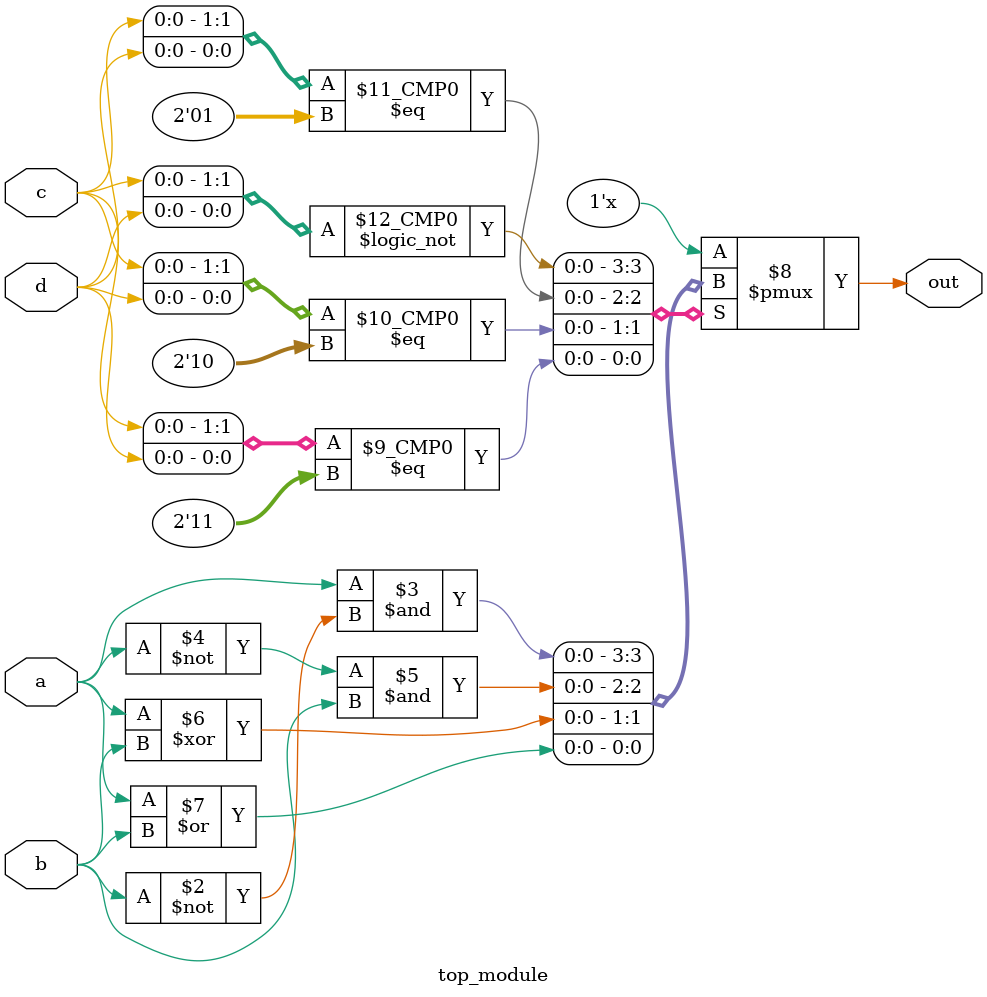
<source format=sv>
module top_module (
  input a,
  input b,
  input c,
  input d,
  output reg out
);

  always @(a or b or c or d)
  begin
    case ({c, d})
      2'b00: out = a & ~b;
      2'b01: out = ~a & b;
      2'b10: out = a ^ b;
      2'b11: out = a | b;
    endcase
  end
  
endmodule

</source>
